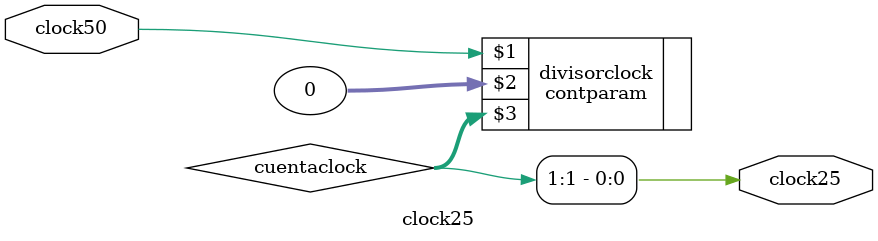
<source format=sv>
module clock25(input clock50, output logic clock25);

	logic [0:1] cuentaclock;
	generate
		contparam #(2) divisorclock(clock50, 0, cuentaclock);
	endgenerate
	
	always_comb begin
		clock25 = cuentaclock[1];
	end

endmodule 
</source>
